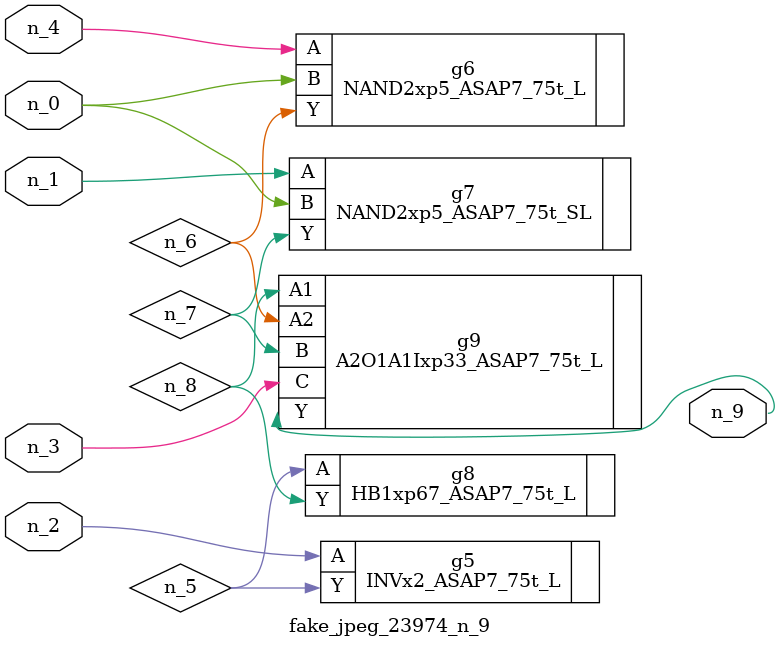
<source format=v>
module fake_jpeg_23974_n_9 (n_3, n_2, n_1, n_0, n_4, n_9);

input n_3;
input n_2;
input n_1;
input n_0;
input n_4;

output n_9;

wire n_8;
wire n_6;
wire n_5;
wire n_7;

INVx2_ASAP7_75t_L g5 ( 
.A(n_2),
.Y(n_5)
);

NAND2xp5_ASAP7_75t_L g6 ( 
.A(n_4),
.B(n_0),
.Y(n_6)
);

NAND2xp5_ASAP7_75t_SL g7 ( 
.A(n_1),
.B(n_0),
.Y(n_7)
);

HB1xp67_ASAP7_75t_L g8 ( 
.A(n_5),
.Y(n_8)
);

A2O1A1Ixp33_ASAP7_75t_L g9 ( 
.A1(n_8),
.A2(n_6),
.B(n_7),
.C(n_3),
.Y(n_9)
);


endmodule
</source>
